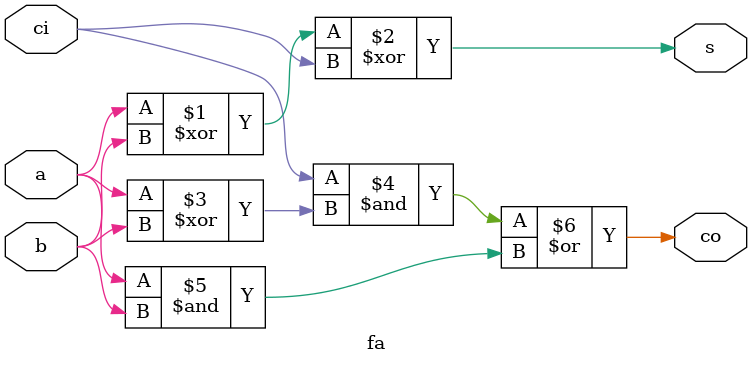
<source format=v>
`timescale 1ns / 1ps

module fa(
    input a, b, ci,
    output s, co
    );
    assign s = (a ^ b) ^ ci;
    assign co = (ci & (a ^ b)) | (a & b);
endmodule
</source>
